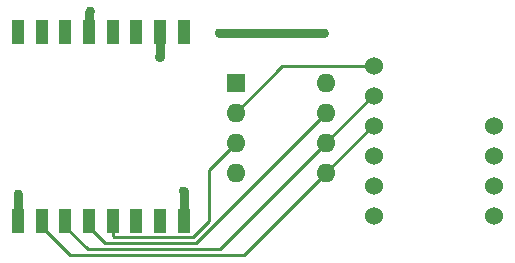
<source format=gtl>
G04 #@! TF.GenerationSoftware,KiCad,Pcbnew,(5.0.1)-4*
G04 #@! TF.CreationDate,2018-11-25T14:20:29+01:00*
G04 #@! TF.ProjectId,LoRa Environmental Sensors,4C6F526120456E7669726F6E6D656E74,01*
G04 #@! TF.SameCoordinates,Original*
G04 #@! TF.FileFunction,Copper,L1,Top,Signal*
G04 #@! TF.FilePolarity,Positive*
%FSLAX46Y46*%
G04 Gerber Fmt 4.6, Leading zero omitted, Abs format (unit mm)*
G04 Created by KiCad (PCBNEW (5.0.1)-4) date 25.11.2018 14:20:29*
%MOMM*%
%LPD*%
G01*
G04 APERTURE LIST*
G04 #@! TA.AperFunction,ComponentPad*
%ADD10R,1.600000X1.600000*%
G04 #@! TD*
G04 #@! TA.AperFunction,ComponentPad*
%ADD11O,1.600000X1.600000*%
G04 #@! TD*
G04 #@! TA.AperFunction,ComponentPad*
%ADD12C,1.524000*%
G04 #@! TD*
G04 #@! TA.AperFunction,SMDPad,CuDef*
%ADD13R,1.000000X2.000000*%
G04 #@! TD*
G04 #@! TA.AperFunction,ViaPad*
%ADD14C,0.762000*%
G04 #@! TD*
G04 #@! TA.AperFunction,Conductor*
%ADD15C,0.762000*%
G04 #@! TD*
G04 #@! TA.AperFunction,Conductor*
%ADD16C,0.254000*%
G04 #@! TD*
G04 APERTURE END LIST*
D10*
G04 #@! TO.P,U2,1*
G04 #@! TO.N,Net-(U2-Pad1)*
X152527000Y-74041000D03*
D11*
G04 #@! TO.P,U2,5*
G04 #@! TO.N,/MISO*
X160147000Y-81661000D03*
G04 #@! TO.P,U2,2*
G04 #@! TO.N,/CS*
X152527000Y-76581000D03*
G04 #@! TO.P,U2,6*
G04 #@! TO.N,/MOSI*
X160147000Y-79121000D03*
G04 #@! TO.P,U2,3*
G04 #@! TO.N,/NSS*
X152527000Y-79121000D03*
G04 #@! TO.P,U2,7*
G04 #@! TO.N,/SCK*
X160147000Y-76581000D03*
G04 #@! TO.P,U2,4*
G04 #@! TO.N,GND*
X152527000Y-81661000D03*
G04 #@! TO.P,U2,8*
G04 #@! TO.N,VCC*
X160147000Y-74041000D03*
G04 #@! TD*
D12*
G04 #@! TO.P,U1,1*
G04 #@! TO.N,GND*
X174371000Y-85344000D03*
G04 #@! TO.P,U1,2*
G04 #@! TO.N,VCC*
X174371000Y-82804000D03*
G04 #@! TO.P,U1,3*
G04 #@! TO.N,Net-(U1-Pad3)*
X174371000Y-80264000D03*
G04 #@! TO.P,U1,4*
G04 #@! TO.N,Net-(U1-Pad4)*
X174371000Y-77724000D03*
G04 #@! TO.P,U1,6*
G04 #@! TO.N,VCC*
X164211000Y-82804000D03*
G04 #@! TO.P,U1,7*
G04 #@! TO.N,/SCK*
X164211000Y-80264000D03*
G04 #@! TO.P,U1,8*
G04 #@! TO.N,/MISO*
X164211000Y-77724000D03*
G04 #@! TO.P,U1,9*
G04 #@! TO.N,/MOSI*
X164211000Y-75184000D03*
G04 #@! TO.P,U1,10*
G04 #@! TO.N,/CS*
X164211000Y-72644000D03*
G04 #@! TO.P,U1,5*
G04 #@! TO.N,GND*
X164211000Y-85344000D03*
G04 #@! TD*
D13*
G04 #@! TO.P,U3,1*
G04 #@! TO.N,GND*
X134097000Y-85724000D03*
G04 #@! TO.P,U3,2*
G04 #@! TO.N,/MISO*
X136097000Y-85724000D03*
G04 #@! TO.P,U3,3*
G04 #@! TO.N,/MOSI*
X138097000Y-85724000D03*
G04 #@! TO.P,U3,4*
G04 #@! TO.N,/SCK*
X140097000Y-85724000D03*
G04 #@! TO.P,U3,5*
G04 #@! TO.N,/NSS*
X142097000Y-85724000D03*
G04 #@! TO.P,U3,6*
G04 #@! TO.N,Net-(U3-Pad6)*
X144097000Y-85724000D03*
G04 #@! TO.P,U3,7*
G04 #@! TO.N,Net-(U3-Pad7)*
X146097000Y-85724000D03*
G04 #@! TO.P,U3,8*
G04 #@! TO.N,GND*
X148097000Y-85724000D03*
G04 #@! TO.P,U3,9*
G04 #@! TO.N,Net-(U3-Pad9)*
X148097000Y-69724000D03*
G04 #@! TO.P,U3,10*
G04 #@! TO.N,GND*
X146097000Y-69724000D03*
G04 #@! TO.P,U3,11*
G04 #@! TO.N,Net-(U3-Pad11)*
X144097000Y-69724000D03*
G04 #@! TO.P,U3,12*
G04 #@! TO.N,Net-(U3-Pad12)*
X142097000Y-69724000D03*
G04 #@! TO.P,U3,13*
G04 #@! TO.N,VCC*
X140097000Y-69724000D03*
G04 #@! TO.P,U3,14*
G04 #@! TO.N,Net-(U3-Pad14)*
X138097000Y-69724000D03*
G04 #@! TO.P,U3,15*
G04 #@! TO.N,Net-(U3-Pad15)*
X136097000Y-69724000D03*
G04 #@! TO.P,U3,16*
G04 #@! TO.N,Net-(U3-Pad16)*
X134097000Y-69724000D03*
G04 #@! TD*
D14*
G04 #@! TO.N,GND*
X134112000Y-83439000D03*
X148082000Y-83185000D03*
X146050000Y-71882000D03*
X151130000Y-69850000D03*
X160020000Y-69850000D03*
G04 #@! TO.N,VCC*
X140208000Y-67945000D03*
G04 #@! TD*
D15*
G04 #@! TO.N,GND*
X134097000Y-85724000D02*
X134097000Y-83454000D01*
X134097000Y-83454000D02*
X134112000Y-83439000D01*
X148097000Y-85724000D02*
X148097000Y-83200000D01*
X148097000Y-83200000D02*
X148082000Y-83185000D01*
X146097000Y-69724000D02*
X146097000Y-71835000D01*
X146097000Y-71835000D02*
X146050000Y-71882000D01*
X151130000Y-69850000D02*
X160020000Y-69850000D01*
G04 #@! TO.N,VCC*
X140097000Y-69724000D02*
X140097000Y-68056000D01*
X140097000Y-68056000D02*
X140208000Y-67945000D01*
D16*
G04 #@! TO.N,/MISO*
X164084000Y-77724000D02*
X164211000Y-77724000D01*
X160147000Y-81661000D02*
X164084000Y-77724000D01*
X136097000Y-86224000D02*
X136097000Y-85724000D01*
X138502031Y-88629031D02*
X136097000Y-86224000D01*
X153178969Y-88629031D02*
X138502031Y-88629031D01*
X160147000Y-81661000D02*
X153178969Y-88629031D01*
G04 #@! TO.N,/SCK*
X140097000Y-86224000D02*
X140097000Y-85724000D01*
X141486011Y-87613011D02*
X140097000Y-86224000D01*
X149114989Y-87613011D02*
X141486011Y-87613011D01*
X160147000Y-76581000D02*
X149114989Y-87613011D01*
G04 #@! TO.N,/MOSI*
X164084000Y-75184000D02*
X164211000Y-75184000D01*
X160147000Y-79121000D02*
X164084000Y-75184000D01*
X138097000Y-86224000D02*
X138097000Y-85724000D01*
X139994021Y-88121021D02*
X138097000Y-86224000D01*
X151146979Y-88121021D02*
X139994021Y-88121021D01*
X160147000Y-79121000D02*
X151146979Y-88121021D01*
G04 #@! TO.N,/CS*
X156464000Y-72644000D02*
X164211000Y-72644000D01*
X152527000Y-76581000D02*
X156464000Y-72644000D01*
G04 #@! TO.N,/NSS*
X152527000Y-79121000D02*
X150241000Y-81407000D01*
X142097000Y-86978000D02*
X142097000Y-85724000D01*
X142224001Y-87105001D02*
X142097000Y-86978000D01*
X150241000Y-85765802D02*
X148901801Y-87105001D01*
X148901801Y-87105001D02*
X142224001Y-87105001D01*
X150241000Y-81407000D02*
X150241000Y-85765802D01*
G04 #@! TD*
M02*

</source>
